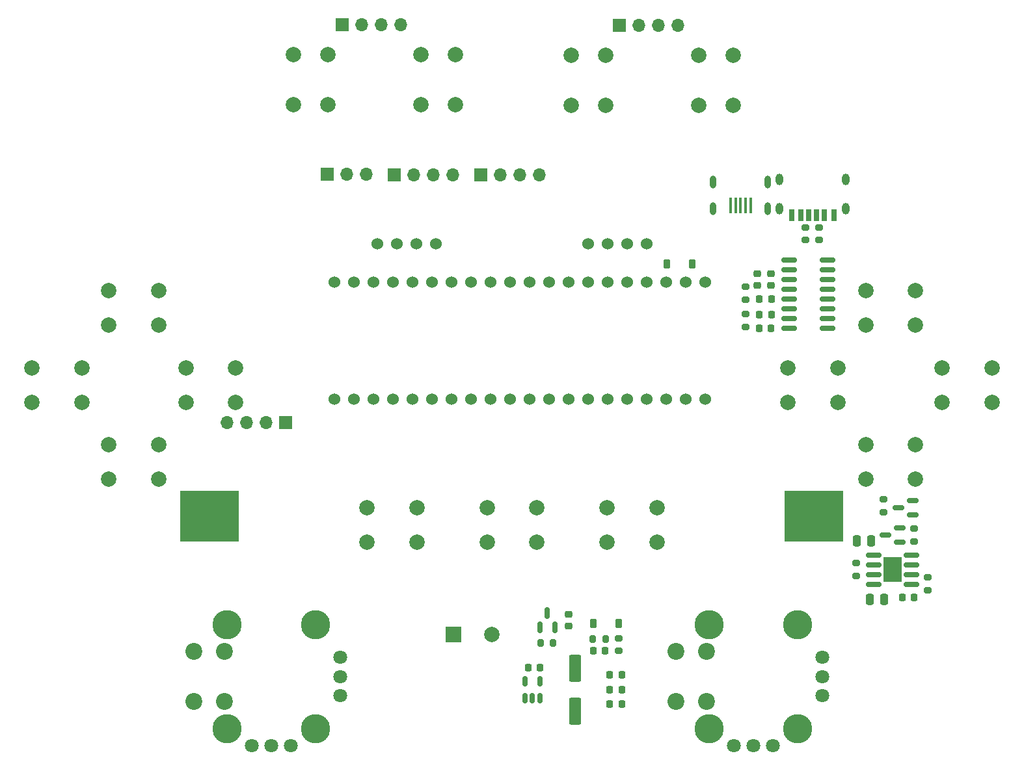
<source format=gbr>
%TF.GenerationSoftware,KiCad,Pcbnew,7.0.2*%
%TF.CreationDate,2023-05-23T12:29:29+08:00*%
%TF.ProjectId,remote_controller,72656d6f-7465-45f6-936f-6e74726f6c6c,rev?*%
%TF.SameCoordinates,PX715d7c0PY5feca40*%
%TF.FileFunction,Soldermask,Bot*%
%TF.FilePolarity,Negative*%
%FSLAX46Y46*%
G04 Gerber Fmt 4.6, Leading zero omitted, Abs format (unit mm)*
G04 Created by KiCad (PCBNEW 7.0.2) date 2023-05-23 12:29:29*
%MOMM*%
%LPD*%
G01*
G04 APERTURE LIST*
G04 Aperture macros list*
%AMRoundRect*
0 Rectangle with rounded corners*
0 $1 Rounding radius*
0 $2 $3 $4 $5 $6 $7 $8 $9 X,Y pos of 4 corners*
0 Add a 4 corners polygon primitive as box body*
4,1,4,$2,$3,$4,$5,$6,$7,$8,$9,$2,$3,0*
0 Add four circle primitives for the rounded corners*
1,1,$1+$1,$2,$3*
1,1,$1+$1,$4,$5*
1,1,$1+$1,$6,$7*
1,1,$1+$1,$8,$9*
0 Add four rect primitives between the rounded corners*
20,1,$1+$1,$2,$3,$4,$5,0*
20,1,$1+$1,$4,$5,$6,$7,0*
20,1,$1+$1,$6,$7,$8,$9,0*
20,1,$1+$1,$8,$9,$2,$3,0*%
G04 Aperture macros list end*
%ADD10O,1.700000X1.700000*%
%ADD11R,1.700000X1.700000*%
%ADD12C,2.200000*%
%ADD13C,1.800000*%
%ADD14C,3.800000*%
%ADD15C,2.000000*%
%ADD16C,1.524000*%
%ADD17R,2.000000X2.000000*%
%ADD18RoundRect,0.218750X0.218750X0.256250X-0.218750X0.256250X-0.218750X-0.256250X0.218750X-0.256250X0*%
%ADD19R,0.400000X2.000000*%
%ADD20O,0.800000X1.700000*%
%ADD21RoundRect,0.225000X-0.225000X-0.250000X0.225000X-0.250000X0.225000X0.250000X-0.225000X0.250000X0*%
%ADD22RoundRect,0.150000X-0.825000X-0.150000X0.825000X-0.150000X0.825000X0.150000X-0.825000X0.150000X0*%
%ADD23RoundRect,0.200000X-0.275000X0.200000X-0.275000X-0.200000X0.275000X-0.200000X0.275000X0.200000X0*%
%ADD24RoundRect,0.200000X0.275000X-0.200000X0.275000X0.200000X-0.275000X0.200000X-0.275000X-0.200000X0*%
%ADD25RoundRect,0.150000X0.587500X0.150000X-0.587500X0.150000X-0.587500X-0.150000X0.587500X-0.150000X0*%
%ADD26RoundRect,0.250000X0.550000X-1.500000X0.550000X1.500000X-0.550000X1.500000X-0.550000X-1.500000X0*%
%ADD27RoundRect,0.225000X0.225000X0.250000X-0.225000X0.250000X-0.225000X-0.250000X0.225000X-0.250000X0*%
%ADD28RoundRect,0.225000X-0.225000X-0.375000X0.225000X-0.375000X0.225000X0.375000X-0.225000X0.375000X0*%
%ADD29RoundRect,0.225000X0.250000X-0.225000X0.250000X0.225000X-0.250000X0.225000X-0.250000X-0.225000X0*%
%ADD30RoundRect,0.150000X0.150000X-0.512500X0.150000X0.512500X-0.150000X0.512500X-0.150000X-0.512500X0*%
%ADD31R,0.700000X1.500000*%
%ADD32O,1.000000X1.500000*%
%ADD33RoundRect,0.200000X-0.200000X-0.275000X0.200000X-0.275000X0.200000X0.275000X-0.200000X0.275000X0*%
%ADD34RoundRect,0.200000X0.200000X0.275000X-0.200000X0.275000X-0.200000X-0.275000X0.200000X-0.275000X0*%
%ADD35RoundRect,0.150000X0.150000X-0.587500X0.150000X0.587500X-0.150000X0.587500X-0.150000X-0.587500X0*%
%ADD36RoundRect,0.225000X0.225000X0.375000X-0.225000X0.375000X-0.225000X-0.375000X0.225000X-0.375000X0*%
%ADD37RoundRect,0.250000X0.250000X0.475000X-0.250000X0.475000X-0.250000X-0.475000X0.250000X-0.475000X0*%
%ADD38R,7.600000X6.600000*%
%ADD39R,2.410000X3.300000*%
G04 APERTURE END LIST*
D10*
%TO.C,J4*%
X50860800Y64704595D03*
X48320800Y64704595D03*
X45780800Y64704595D03*
D11*
X43240800Y64704595D03*
%TD*%
%TO.C,J5*%
X79308800Y64652000D03*
D10*
X81848800Y64652000D03*
X84388800Y64652000D03*
X86928800Y64652000D03*
%TD*%
D11*
%TO.C,J7*%
X61315600Y45161200D03*
D10*
X63855600Y45161200D03*
X66395600Y45161200D03*
X68935600Y45161200D03*
%TD*%
D11*
%TO.C,J6*%
X50038000Y45161200D03*
D10*
X52578000Y45161200D03*
X55118000Y45161200D03*
X57658000Y45161200D03*
%TD*%
D12*
%TO.C,SW2*%
X27910060Y-16958350D03*
X27910060Y-23458350D03*
D13*
X36510060Y-29208350D03*
X43010060Y-22708350D03*
X31510060Y-29208350D03*
X43010060Y-17708350D03*
X34010060Y-29208350D03*
X43010060Y-20208350D03*
D12*
X23910060Y-16958350D03*
X23910060Y-23458350D03*
D14*
X28260060Y-13458350D03*
X28260060Y-26958350D03*
X39760060Y-13458350D03*
X39760060Y-26958350D03*
%TD*%
D12*
%TO.C,SW3*%
X90648060Y-16958350D03*
X90648060Y-23458350D03*
D13*
X99248060Y-29208350D03*
X105748060Y-22708350D03*
X94248060Y-29208350D03*
X105748060Y-17708350D03*
X96748060Y-29208350D03*
X105748060Y-20208350D03*
D12*
X86648060Y-16958350D03*
X86648060Y-23458350D03*
D14*
X90998060Y-13458350D03*
X90998060Y-26958350D03*
X102498060Y-13458350D03*
X102498060Y-26958350D03*
%TD*%
D11*
%TO.C,RV1*%
X41326060Y45210150D03*
D10*
X43866060Y45210150D03*
X46406060Y45210150D03*
%TD*%
D15*
%TO.C,SW10*%
X89599625Y54224000D03*
X89599625Y60724000D03*
X94099625Y54224000D03*
X94099625Y60724000D03*
%TD*%
D16*
%TO.C,U2*%
X75261700Y36138000D03*
X77801700Y36138000D03*
X80341700Y36138000D03*
X82881700Y36138000D03*
%TD*%
D15*
%TO.C,SW9*%
X22892000Y20030150D03*
X29392000Y20030150D03*
X22892000Y15530150D03*
X29392000Y15530150D03*
%TD*%
D17*
%TO.C,BZ1*%
X57752560Y-14700850D03*
D15*
X62752560Y-14700850D03*
%TD*%
%TO.C,SW5*%
X36862875Y54276595D03*
X36862875Y60776595D03*
X41362875Y54276595D03*
X41362875Y60776595D03*
%TD*%
D16*
%TO.C,U1*%
X47778300Y36138000D03*
X50318300Y36138000D03*
X52858300Y36138000D03*
X55398300Y36138000D03*
%TD*%
D15*
%TO.C,SW7*%
X53448875Y54276595D03*
X53448875Y60776595D03*
X57948875Y54276595D03*
X57948875Y60776595D03*
%TD*%
%TO.C,SW1*%
X62080000Y1778000D03*
X68580000Y1778000D03*
X62080000Y-2722000D03*
X68580000Y-2722000D03*
%TD*%
%TO.C,SW17*%
X77701000Y1778000D03*
X84201000Y1778000D03*
X77701000Y-2722000D03*
X84201000Y-2722000D03*
%TD*%
%TO.C,SW13*%
X111356250Y30063150D03*
X117856250Y30063150D03*
X111356250Y25563150D03*
X117856250Y25563150D03*
%TD*%
%TO.C,SW12*%
X101268000Y20030150D03*
X107768000Y20030150D03*
X101268000Y15530150D03*
X107768000Y15530150D03*
%TD*%
%TO.C,SW8*%
X12885000Y9997150D03*
X19385000Y9997150D03*
X12885000Y5497150D03*
X19385000Y5497150D03*
%TD*%
%TO.C,SW14*%
X46459000Y1778000D03*
X52959000Y1778000D03*
X46459000Y-2722000D03*
X52959000Y-2722000D03*
%TD*%
%TO.C,SW15*%
X111356250Y9997150D03*
X117856250Y9997150D03*
X111356250Y5497150D03*
X117856250Y5497150D03*
%TD*%
%TO.C,SW4*%
X12885000Y30063150D03*
X19385000Y30063150D03*
X12885000Y25563150D03*
X19385000Y25563150D03*
%TD*%
%TO.C,SW6*%
X2878000Y20030150D03*
X9378000Y20030150D03*
X2878000Y15530150D03*
X9378000Y15530150D03*
%TD*%
%TO.C,SW11*%
X73013625Y54224000D03*
X73013625Y60724000D03*
X77513625Y54224000D03*
X77513625Y60724000D03*
%TD*%
%TO.C,SW16*%
X121282000Y20030150D03*
X127782000Y20030150D03*
X121282000Y15530150D03*
X127782000Y15530150D03*
%TD*%
D18*
%TO.C,D7*%
X117682060Y-9874850D03*
X116107060Y-9874850D03*
%TD*%
D19*
%TO.C,J3*%
X93778660Y41171200D03*
X94428660Y41171200D03*
X95078660Y41171200D03*
X95728660Y41171200D03*
X96378660Y41171200D03*
D20*
X91503660Y44196000D03*
X91503660Y40746000D03*
X98653660Y44196000D03*
X98653660Y40746000D03*
%TD*%
D21*
%TO.C,C43*%
X97523000Y25146000D03*
X99073000Y25146000D03*
%TD*%
D22*
%TO.C,U11*%
X101411000Y25171000D03*
X101411000Y26441000D03*
X101411000Y27711000D03*
X101411000Y28981000D03*
X101411000Y30251000D03*
X101411000Y31521000D03*
X101411000Y32791000D03*
X101411000Y34061000D03*
X106361000Y34061000D03*
X106361000Y32791000D03*
X106361000Y31521000D03*
X106361000Y30251000D03*
X106361000Y28981000D03*
X106361000Y27711000D03*
X106361000Y26441000D03*
X106361000Y25171000D03*
%TD*%
D23*
%TO.C,R62*%
X95758000Y30543000D03*
X95758000Y28893000D03*
%TD*%
D24*
%TO.C,R17*%
X103492460Y36646150D03*
X103492460Y38296150D03*
%TD*%
D25*
%TO.C,Q5*%
X117499560Y2759150D03*
X117499560Y859150D03*
X115624560Y1809150D03*
%TD*%
D26*
%TO.C,C13*%
X73548000Y-24716000D03*
X73548000Y-19116000D03*
%TD*%
D23*
%TO.C,R24*%
X110115060Y-5430850D03*
X110115060Y-7080850D03*
%TD*%
D27*
%TO.C,C10*%
X79617000Y-20011000D03*
X78067000Y-20011000D03*
%TD*%
D11*
%TO.C,J1*%
X35852000Y12865150D03*
D10*
X33312000Y12865150D03*
X30772000Y12865150D03*
X28232000Y12865150D03*
%TD*%
D28*
%TO.C,D1*%
X85472000Y33528000D03*
X88772000Y33528000D03*
%TD*%
D25*
%TO.C,Q3*%
X115800060Y-796850D03*
X115800060Y-2696850D03*
X113925060Y-1746850D03*
%TD*%
D24*
%TO.C,R61*%
X95758000Y25337000D03*
X95758000Y26987000D03*
%TD*%
D29*
%TO.C,C21*%
X72662000Y-13609500D03*
X72662000Y-12059500D03*
%TD*%
D24*
%TO.C,R21*%
X117656560Y-2571850D03*
X117656560Y-921850D03*
%TD*%
D30*
%TO.C,U6*%
X68936000Y-23053500D03*
X67986000Y-23053500D03*
X67036000Y-23053500D03*
X67036000Y-20778500D03*
X68936000Y-20778500D03*
%TD*%
D31*
%TO.C,J2*%
X107223560Y39883950D03*
X102953560Y39883950D03*
X103973560Y39883950D03*
X105993560Y39883950D03*
X101723560Y39883950D03*
X107223560Y39883950D03*
X105993560Y39883950D03*
X104973560Y39883950D03*
X102953560Y39883950D03*
X101723560Y39883950D03*
D32*
X100153560Y44573150D03*
X100153560Y40773150D03*
X108793560Y44573150D03*
X108793560Y40773150D03*
%TD*%
D27*
%TO.C,C11*%
X79617000Y-21916000D03*
X78067000Y-21916000D03*
%TD*%
D29*
%TO.C,C45*%
X97282000Y30721000D03*
X97282000Y32271000D03*
%TD*%
D33*
%TO.C,R20*%
X69043000Y-15804000D03*
X70693000Y-15804000D03*
%TD*%
D27*
%TO.C,C19*%
X77438000Y-16808000D03*
X75888000Y-16808000D03*
%TD*%
D34*
%TO.C,R19*%
X77488000Y-15296000D03*
X75838000Y-15296000D03*
%TD*%
D24*
%TO.C,R16*%
X105270460Y36646150D03*
X105270460Y38296150D03*
%TD*%
D18*
%TO.C,D8*%
X99085500Y26924000D03*
X97510500Y26924000D03*
%TD*%
D24*
%TO.C,R22*%
X119434560Y-8921850D03*
X119434560Y-7271850D03*
%TD*%
%TO.C,R18*%
X79198000Y-16871000D03*
X79198000Y-15221000D03*
%TD*%
D35*
%TO.C,Q4*%
X70884000Y-13772000D03*
X68984000Y-13772000D03*
X69934000Y-11897000D03*
%TD*%
D36*
%TO.C,D6*%
X79183000Y-13252000D03*
X75883000Y-13252000D03*
%TD*%
D29*
%TO.C,C44*%
X99060000Y30721000D03*
X99060000Y32271000D03*
%TD*%
D21*
%TO.C,C9*%
X67433000Y-19052000D03*
X68983000Y-19052000D03*
%TD*%
D16*
%TO.C,U4*%
X90488700Y15918150D03*
X87948700Y15918150D03*
X85408700Y15918150D03*
X82868700Y15918150D03*
X80328700Y15918150D03*
X77788700Y15918150D03*
X75248700Y15918150D03*
X72708700Y15918150D03*
X70168700Y15918150D03*
X67628700Y15918150D03*
X65088700Y15918150D03*
X62548700Y15918150D03*
X60008700Y15918150D03*
X57468700Y15918150D03*
X54928700Y15918150D03*
X52388700Y15918150D03*
X49848700Y15918150D03*
X47308700Y15918150D03*
X44768700Y15918150D03*
X42228700Y15918150D03*
X42228700Y31158150D03*
X44768700Y31158150D03*
X47308700Y31158150D03*
X49848700Y31158150D03*
X52388700Y31158150D03*
X54928700Y31158150D03*
X57468700Y31158150D03*
X60008700Y31158150D03*
X62548700Y31158150D03*
X65088700Y31158150D03*
X67628700Y31158150D03*
X70168700Y31158150D03*
X72708700Y31158150D03*
X75248700Y31158150D03*
X77788700Y31158150D03*
X80328700Y31158150D03*
X82868700Y31158150D03*
X85408700Y31158150D03*
X87948700Y31158150D03*
X90488700Y31158150D03*
%TD*%
D23*
%TO.C,R23*%
X113672560Y2854150D03*
X113672560Y1204150D03*
%TD*%
D37*
%TO.C,C22*%
X112081060Y-2508850D03*
X110181060Y-2508850D03*
%TD*%
%TO.C,C20*%
X113780560Y-10128850D03*
X111880560Y-10128850D03*
%TD*%
D38*
%TO.C,BT1*%
X25961000Y673150D03*
X104661000Y673150D03*
%TD*%
D22*
%TO.C,U8*%
X112374060Y-8160850D03*
X112374060Y-6890850D03*
X112374060Y-5620850D03*
X112374060Y-4350850D03*
X117324060Y-4350850D03*
X117324060Y-5620850D03*
X117324060Y-6890850D03*
X117324060Y-8160850D03*
D39*
X114849060Y-6255850D03*
%TD*%
D18*
%TO.C,D9*%
X99085500Y28956000D03*
X97510500Y28956000D03*
%TD*%
D27*
%TO.C,C12*%
X79617000Y-23821000D03*
X78067000Y-23821000D03*
%TD*%
M02*

</source>
